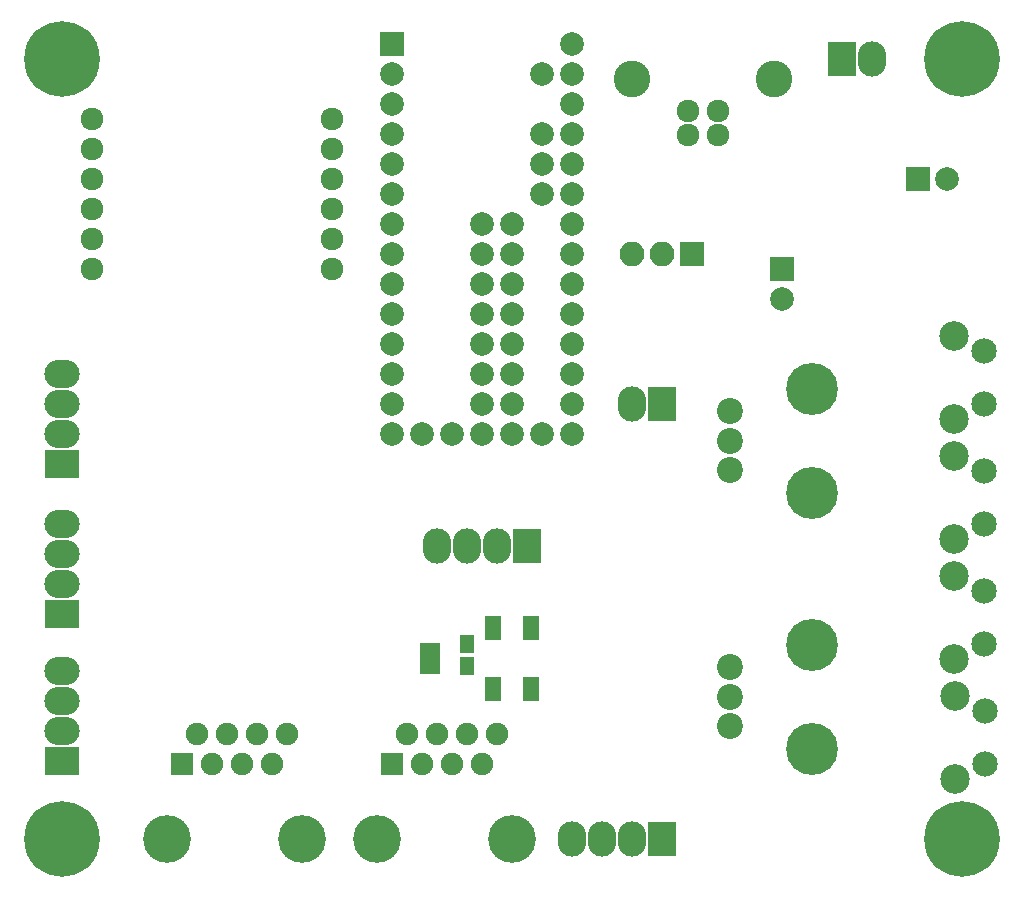
<source format=gbr>
G04 #@! TF.FileFunction,Soldermask,Bot*
%FSLAX46Y46*%
G04 Gerber Fmt 4.6, Leading zero omitted, Abs format (unit mm)*
G04 Created by KiCad (PCBNEW 4.0.7-e2-6376~58~ubuntu16.04.1) date Tue May  1 20:05:14 2018*
%MOMM*%
%LPD*%
G01*
G04 APERTURE LIST*
%ADD10C,0.100000*%
%ADD11R,2.000000X2.000000*%
%ADD12C,2.000000*%
%ADD13R,2.400000X3.000000*%
%ADD14O,2.400000X3.000000*%
%ADD15C,1.920000*%
%ADD16C,3.100000*%
%ADD17R,2.100000X2.100000*%
%ADD18O,2.100000X2.100000*%
%ADD19R,3.000000X2.400000*%
%ADD20O,3.000000X2.400000*%
%ADD21C,6.400000*%
%ADD22C,1.924000*%
%ADD23C,2.500000*%
%ADD24C,2.150000*%
%ADD25C,4.050000*%
%ADD26R,1.900000X1.900000*%
%ADD27C,1.900000*%
%ADD28R,1.150000X1.600000*%
%ADD29R,1.398220X2.051000*%
%ADD30R,1.670000X1.370000*%
%ADD31C,2.200000*%
%ADD32C,4.400000*%
G04 APERTURE END LIST*
D10*
D11*
X176570000Y-48260000D03*
D12*
X179070000Y-48260000D03*
D11*
X165100000Y-55920000D03*
D12*
X165100000Y-58420000D03*
D13*
X170180000Y-38100000D03*
D14*
X172720000Y-38100000D03*
D15*
X159670000Y-44545000D03*
X157130000Y-44545000D03*
X157130000Y-42545000D03*
X159670000Y-42545000D03*
D16*
X164400000Y-39845000D03*
X152400000Y-39845000D03*
D13*
X154940000Y-67310000D03*
D14*
X152400000Y-67310000D03*
D17*
X157480000Y-54610000D03*
D18*
X154940000Y-54610000D03*
X152400000Y-54610000D03*
D13*
X154940000Y-104140000D03*
D14*
X152400000Y-104140000D03*
X149860000Y-104140000D03*
X147320000Y-104140000D03*
D13*
X143510000Y-79375000D03*
D14*
X140970000Y-79375000D03*
X138430000Y-79375000D03*
X135890000Y-79375000D03*
D19*
X104140000Y-85090000D03*
D20*
X104140000Y-82550000D03*
X104140000Y-80010000D03*
X104140000Y-77470000D03*
D19*
X104140000Y-72390000D03*
D20*
X104140000Y-69850000D03*
X104140000Y-67310000D03*
X104140000Y-64770000D03*
D21*
X180340000Y-104140000D03*
X104140000Y-38100000D03*
X104140000Y-104140000D03*
X180340000Y-38100000D03*
D22*
X106680000Y-43180000D03*
X106680000Y-45720000D03*
X106680000Y-48260000D03*
X106680000Y-50800000D03*
X106680000Y-53340000D03*
X106680000Y-55880000D03*
X127000000Y-55880000D03*
X127000000Y-53340000D03*
X127000000Y-50800000D03*
X127000000Y-48260000D03*
X127000000Y-45720000D03*
X127000000Y-43180000D03*
D12*
X139700000Y-69850000D03*
X142240000Y-69850000D03*
X144780000Y-69850000D03*
X147320000Y-69850000D03*
X137160000Y-69850000D03*
X134620000Y-69850000D03*
X132080000Y-69850000D03*
X147320000Y-67310000D03*
X147320000Y-64770000D03*
X147320000Y-62230000D03*
X147320000Y-59690000D03*
X147320000Y-57150000D03*
X147320000Y-54610000D03*
X147320000Y-52070000D03*
X147320000Y-49530000D03*
X147320000Y-46990000D03*
X147320000Y-44450000D03*
X147320000Y-41910000D03*
X147320000Y-39370000D03*
X147320000Y-36830000D03*
X144780000Y-39370000D03*
X144780000Y-44450000D03*
X144780000Y-46990000D03*
X144780000Y-49530000D03*
X132080000Y-67310000D03*
X132080000Y-64770000D03*
X132080000Y-62230000D03*
X132080000Y-59690000D03*
X132080000Y-57150000D03*
X132080000Y-54610000D03*
X132080000Y-52070000D03*
X132080000Y-49530000D03*
X132080000Y-46990000D03*
X132080000Y-44450000D03*
X132080000Y-41910000D03*
X132080000Y-39370000D03*
D11*
X132080000Y-36830000D03*
D12*
X139700000Y-52070000D03*
X139700000Y-54610000D03*
X139700000Y-57150000D03*
X139700000Y-59690000D03*
X139700000Y-62230000D03*
X139700000Y-64770000D03*
X139700000Y-67310000D03*
X142240000Y-67310000D03*
X142240000Y-64770000D03*
X142240000Y-62230000D03*
X142240000Y-59690000D03*
X142240000Y-57150000D03*
X142240000Y-54610000D03*
X142240000Y-52070000D03*
D23*
X179655000Y-68590000D03*
D24*
X182145000Y-67330000D03*
X182145000Y-62830000D03*
D23*
X179655000Y-61580000D03*
X179655000Y-78750000D03*
D24*
X182145000Y-77490000D03*
X182145000Y-72990000D03*
D23*
X179655000Y-71740000D03*
X179655000Y-88910000D03*
D24*
X182145000Y-87650000D03*
X182145000Y-83150000D03*
D23*
X179655000Y-81900000D03*
D25*
X142240000Y-104140000D03*
X130810000Y-104140000D03*
D26*
X132080000Y-97790000D03*
D27*
X133350000Y-95250000D03*
X134620000Y-97790000D03*
X135890000Y-95250000D03*
X137160000Y-97790000D03*
X138430000Y-95250000D03*
X139700000Y-97790000D03*
X140970000Y-95250000D03*
D25*
X124460000Y-104140000D03*
X113030000Y-104140000D03*
D26*
X114300000Y-97790000D03*
D27*
X115570000Y-95250000D03*
X116840000Y-97790000D03*
X118110000Y-95250000D03*
X119380000Y-97790000D03*
X120650000Y-95250000D03*
X121920000Y-97790000D03*
X123190000Y-95250000D03*
D19*
X104140000Y-97540200D03*
D20*
X104140000Y-95000200D03*
X104140000Y-92460200D03*
X104140000Y-89920200D03*
D23*
X179755000Y-99050000D03*
D24*
X182245000Y-97790000D03*
X182245000Y-93290000D03*
D23*
X179755000Y-92040000D03*
D28*
X138430000Y-87635000D03*
X138430000Y-89535000D03*
D29*
X140642340Y-86324440D03*
X143837660Y-86324440D03*
X143837660Y-91475560D03*
X140642340Y-91475560D03*
D30*
X135255000Y-89540000D03*
X135255000Y-88260000D03*
D31*
X160640000Y-67940000D03*
X160640000Y-70440000D03*
X160640000Y-72940000D03*
D32*
X167640000Y-66040000D03*
X167640000Y-74840000D03*
D31*
X160640000Y-89620000D03*
X160640000Y-92120000D03*
X160640000Y-94620000D03*
D32*
X167640000Y-87720000D03*
X167640000Y-96520000D03*
M02*

</source>
